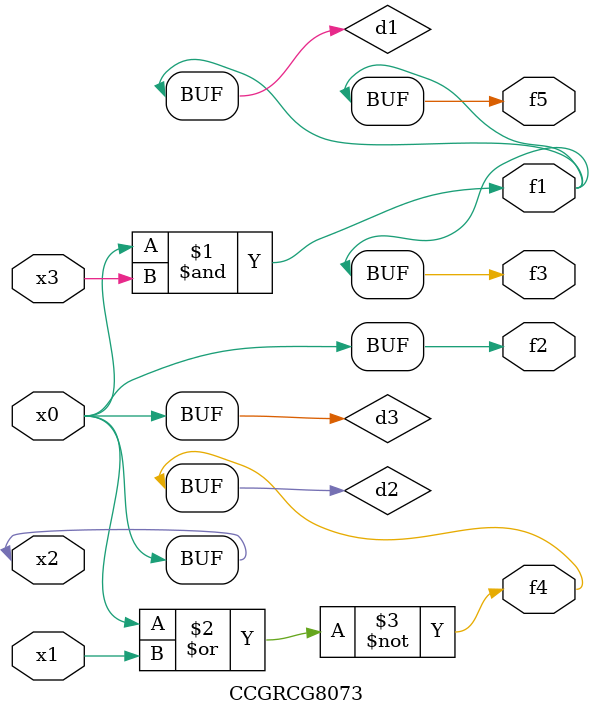
<source format=v>
module CCGRCG8073(
	input x0, x1, x2, x3,
	output f1, f2, f3, f4, f5
);

	wire d1, d2, d3;

	and (d1, x2, x3);
	nor (d2, x0, x1);
	buf (d3, x0, x2);
	assign f1 = d1;
	assign f2 = d3;
	assign f3 = d1;
	assign f4 = d2;
	assign f5 = d1;
endmodule

</source>
